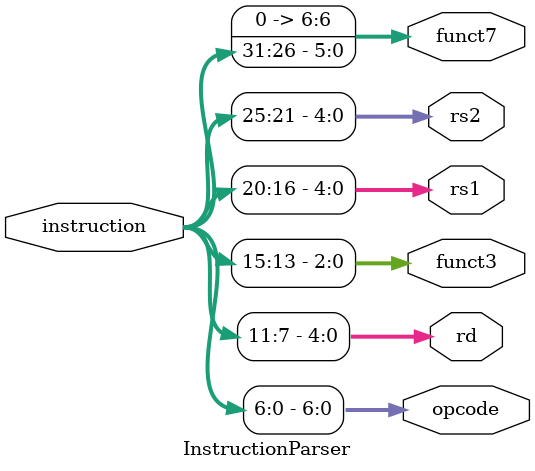
<source format=v>
module InstructionParser(
input [31:0]instruction,
output reg [6:0]opcode, output reg [4:0]rd, output reg [2:0]funct3, 
output reg [4:0]rs1, 
output reg [4:0]rs2, output reg [6:0]funct7
);

always @ (instruction)
  begin
    opcode = instruction[6:0];
    rd = instruction[12:7];
    funct3 = instruction[15:13];
    rs1 = instruction[20:16];
    rs2 = instruction[25:21];
    funct7 = instruction[31:26];
  end

endmodule
</source>
